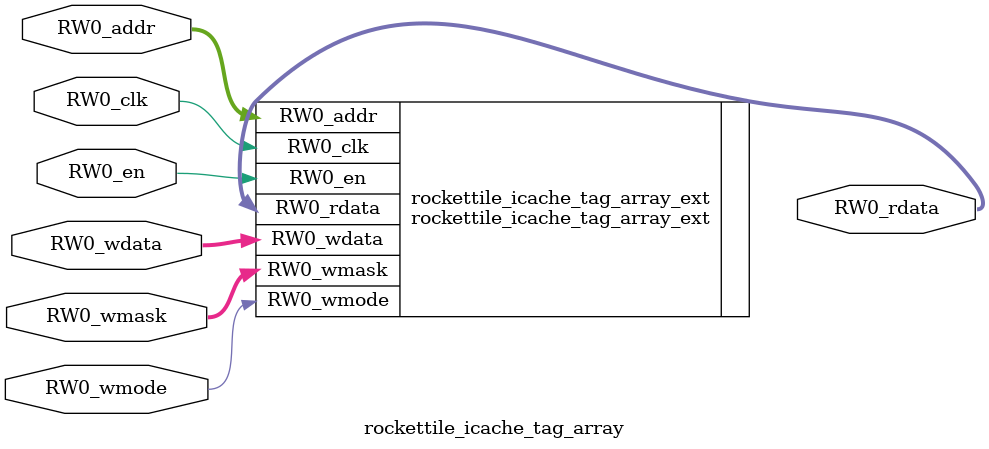
<source format=sv>
module rockettile_icache_tag_array(	// @[generators/rocket-chip/src/main/scala/util/DescribedSRAM.scala:17:26]
  input  [5:0]  RW0_addr,
  input         RW0_en,
  input         RW0_clk,
  input         RW0_wmode,
  input  [83:0] RW0_wdata,
  output [83:0] RW0_rdata,
  input  [3:0]  RW0_wmask
);

  rockettile_icache_tag_array_ext rockettile_icache_tag_array_ext (	// @[generators/rocket-chip/src/main/scala/util/DescribedSRAM.scala:17:26]
    .RW0_addr  (RW0_addr),
    .RW0_en    (RW0_en),
    .RW0_clk   (RW0_clk),
    .RW0_wmode (RW0_wmode),
    .RW0_wdata (RW0_wdata),
    .RW0_rdata (RW0_rdata),
    .RW0_wmask (RW0_wmask)
  );	// @[generators/rocket-chip/src/main/scala/util/DescribedSRAM.scala:17:26]
endmodule


</source>
